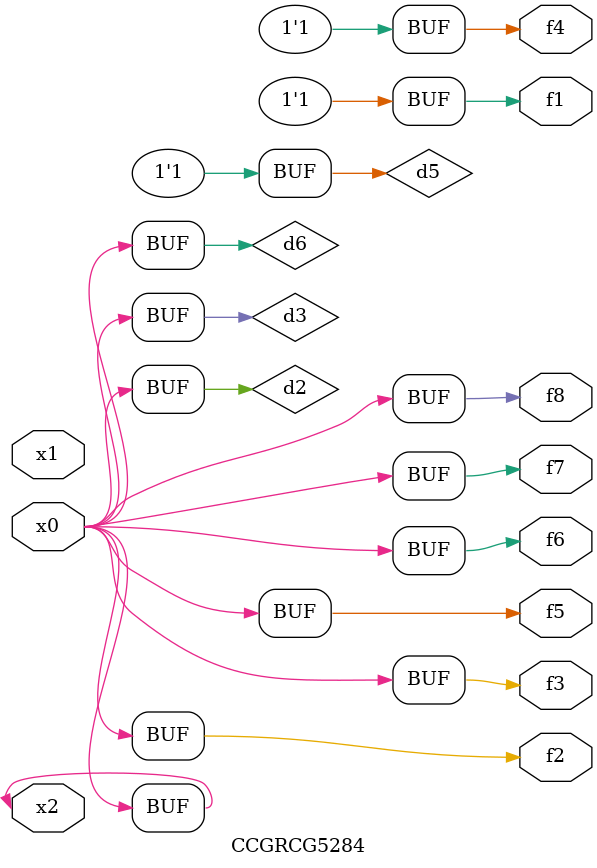
<source format=v>
module CCGRCG5284(
	input x0, x1, x2,
	output f1, f2, f3, f4, f5, f6, f7, f8
);

	wire d1, d2, d3, d4, d5, d6;

	xnor (d1, x2);
	buf (d2, x0, x2);
	and (d3, x0);
	xnor (d4, x1, x2);
	nand (d5, d1, d3);
	buf (d6, d2, d3);
	assign f1 = d5;
	assign f2 = d6;
	assign f3 = d6;
	assign f4 = d5;
	assign f5 = d6;
	assign f6 = d6;
	assign f7 = d6;
	assign f8 = d6;
endmodule

</source>
